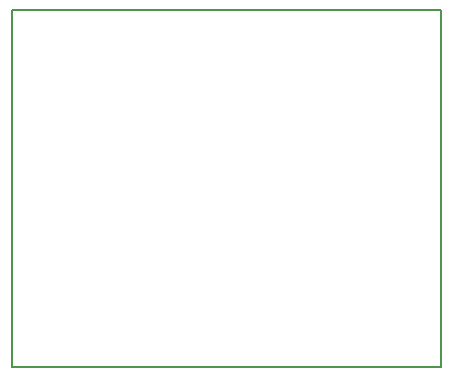
<source format=gbr>
G04 #@! TF.FileFunction,Profile,NP*
%FSLAX46Y46*%
G04 Gerber Fmt 4.6, Leading zero omitted, Abs format (unit mm)*
G04 Created by KiCad (PCBNEW 4.0.7) date 02/01/18 03:58:41*
%MOMM*%
%LPD*%
G01*
G04 APERTURE LIST*
%ADD10C,0.100000*%
%ADD11C,0.150000*%
G04 APERTURE END LIST*
D10*
D11*
X133350000Y-83693000D02*
X133350000Y-83820000D01*
X169672000Y-83693000D02*
X133350000Y-83693000D01*
X169672000Y-113919000D02*
X169672000Y-83693000D01*
X133350000Y-113919000D02*
X169672000Y-113919000D01*
X133350000Y-83820000D02*
X133350000Y-113919000D01*
M02*

</source>
